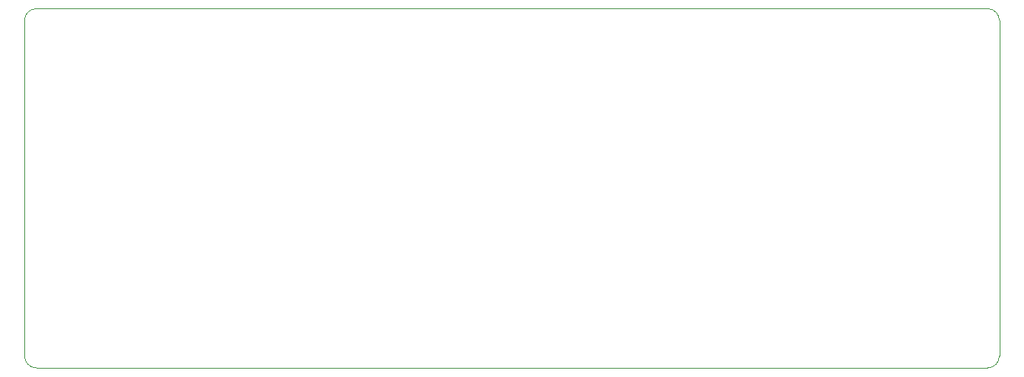
<source format=gbr>
%TF.GenerationSoftware,Altium Limited,Altium Designer,23.9.2 (47)*%
G04 Layer_Color=0*
%FSLAX45Y45*%
%MOMM*%
%TF.SameCoordinates,CBF7E160-FA54-4A09-933F-9C1B5268631E*%
%TF.FilePolarity,Positive*%
%TF.FileFunction,Profile,NP*%
%TF.Part,Single*%
G01*
G75*
%TA.AperFunction,Profile*%
%ADD87C,0.02540*%
D87*
X6259962Y5483000D02*
Y9229000D01*
D02*
G02*
X6392000Y9361038I132038J0D01*
G01*
X16991000D01*
X16992438Y9360829D01*
D02*
G02*
X17117038Y9229000I-7438J-131829D01*
G01*
Y5483000D01*
D02*
G02*
X16985001Y5350962I-132038J0D01*
G01*
X6392101Y5350963D01*
X6390789Y5350967D01*
D02*
G02*
X6259962Y5483000I1211J132033D01*
G01*
%TF.MD5,f087c4237920c0cf901bd51b6476a3a6*%
M02*

</source>
